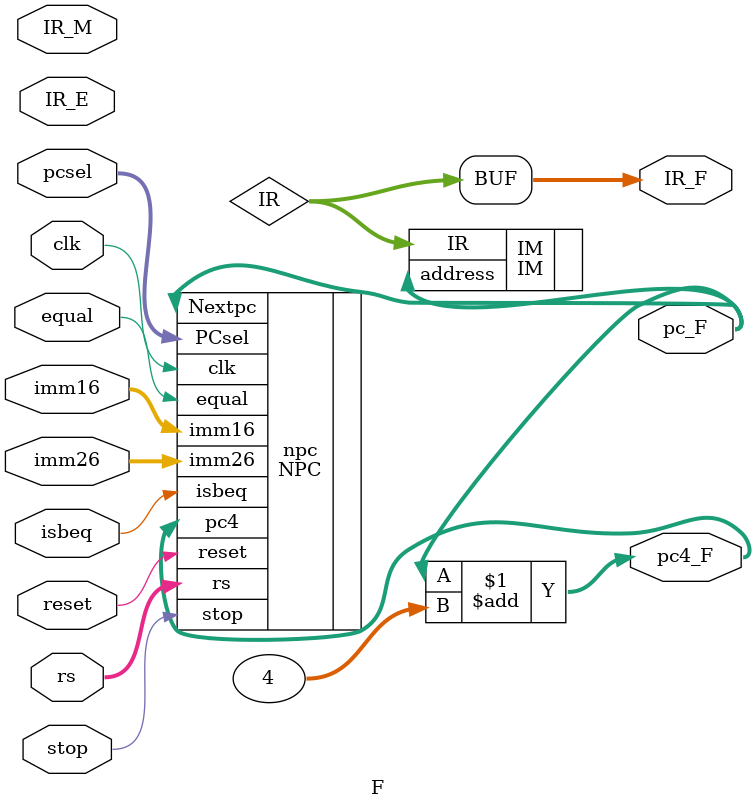
<source format=v>
`timescale 1ns / 1ps
module F(
	input clk,
	input reset,
	input stop,
	input [31:0]IR_E,
	input [31:0]IR_M,
	input [15:0]imm16,
	input [25:0]imm26,
	input [31:0]rs,
	input [2:0]pcsel,
	input equal,
	input isbeq,
	output [31:0]pc_F,
	output [31:0]pc4_F,
	output [31:0]IR_F
    );
    
	wire [31:0]IR;
      
	assign pc4_F = pc_F+4;
	
IM IM(
    .address(pc_F),
    .IR(IR)
    );
  
NPC npc(
    .pc4(pc4_F),
    .rs(rs),
    .PCsel(pcsel),
    .imm16(imm16),
    .imm26(imm26),
    .isbeq(isbeq),
    .stop(stop),
    .clk(clk),
    .reset(reset),
    .equal(equal),
    .Nextpc(pc_F)
    );
    
    assign IR_F = IR;
    
endmodule

</source>
